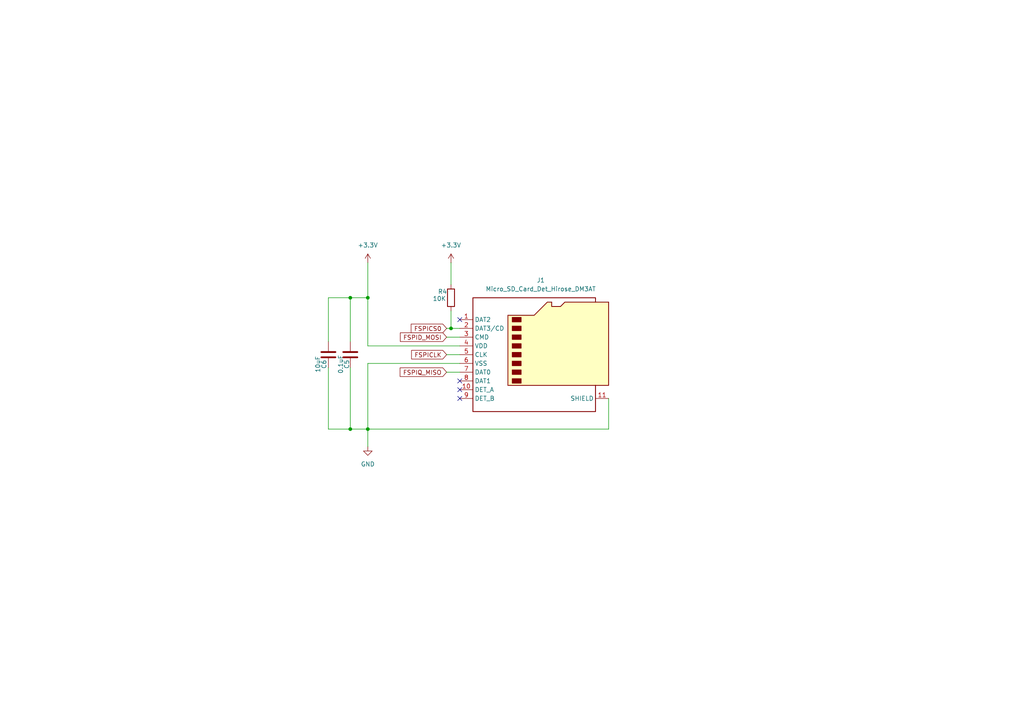
<source format=kicad_sch>
(kicad_sch (version 20250114) (generator "eeschema") (generator_version "9.0")
  (paper "A4")
  (lib_symbols
    (symbol "Connector:Micro_SD_Card_Det_Hirose_DM3AT"
      (property "Reference" "J" (at -16.51 17.78 0))
      (property "Value" "Micro_SD_Card_Det_Hirose_DM3AT" (at 16.51 17.78 0))
      (symbol "Micro_SD_Card_Det_Hirose_DM3AT_0_1"
        (polyline (pts (xy -8.89 -8.89) (xy -8.89 11.43) (xy -1.27 11.43) (xy 2.54 15.24) (xy 3.81 15.24) (xy 3.81 13.97) (xy 6.35 13.97) (xy 7.62 15.24) (xy 20.32 15.24) (xy 20.32 -8.89) (xy -8.89 -8.89)) (stroke (width 0.254)) (fill (type background)))
        (rectangle (start -7.62 10.795) (end -5.08 9.525) (stroke (width 0.254)) (fill (type outline)))
        (rectangle (start -7.62 8.255) (end -5.08 6.985) (stroke (width 0.254)) (fill (type outline)))
        (rectangle (start -7.62 5.715) (end -5.08 4.445) (stroke (width 0.254)) (fill (type outline)))
        (rectangle (start -7.62 3.175) (end -5.08 1.905) (stroke (width 0.254)) (fill (type outline)))
        (rectangle (start -7.62 0.635) (end -5.08 -0.635) (stroke (width 0.254)) (fill (type outline)))
        (rectangle (start -7.62 -1.905) (end -5.08 -3.175) (stroke (width 0.254)) (fill (type outline)))
        (rectangle (start -7.62 -4.445) (end -5.08 -5.715) (stroke (width 0.254)) (fill (type outline)))
        (rectangle (start -7.62 -6.985) (end -5.08 -8.255) (stroke (width 0.254)) (fill (type outline)))
        (polyline (pts (xy 16.51 15.24) (xy 16.51 16.51) (xy -19.05 16.51) (xy -19.05 -16.51) (xy 16.51 -16.51) (xy 16.51 -8.89)) (stroke (width 0.254)))
      )
      (symbol "Micro_SD_Card_Det_Hirose_DM3AT_1_1"
        (pin bidirectional line (at -22.86 10.16 0) (length 3.81) (name "DAT2") (number "1"))
        (pin bidirectional line (at -22.86 7.62 0) (length 3.81) (name "DAT3/CD") (number "2"))
        (pin input line (at -22.86 5.08 0) (length 3.81) (name "CMD") (number "3"))
        (pin power_in line (at -22.86 2.54 0) (length 3.81) (name "VDD") (number "4"))
        (pin input line (at -22.86 0 0) (length 3.81) (name "CLK") (number "5"))
        (pin power_in line (at -22.86 -2.54 0) (length 3.81) (name "VSS") (number "6"))
        (pin bidirectional line (at -22.86 -5.08 0) (length 3.81) (name "DAT0") (number "7"))
        (pin bidirectional line (at -22.86 -7.62 0) (length 3.81) (name "DAT1") (number "8"))
        (pin passive line (at -22.86 -10.16 0) (length 3.81) (name "DET_A") (number "10"))
        (pin passive line (at -22.86 -12.7 0) (length 3.81) (name "DET_B") (number "9"))
        (pin passive line (at 20.32 -12.7 180) (length 3.81) (name "SHIELD") (number "11"))
      )
    )
    (symbol "Device:C" (pin_numbers (hide yes)) (pin_names (offset 0.254))
      (property "Reference" "C" (at 0.635 2.54 0))
      (property "Value" "C" (at 0.635 -2.54 0))
      (symbol "C_0_1"
        (polyline (pts (xy -2.032 0.762) (xy 2.032 0.762)) (stroke (width 0.508)))
        (polyline (pts (xy -2.032 -0.762) (xy 2.032 -0.762)) (stroke (width 0.508)))
      )
      (symbol "C_1_1"
        (pin passive line (at 0 3.81 270) (length 2.794) (name "~") (number "1"))
        (pin passive line (at 0 -3.81 90) (length 2.794) (name "~") (number "2"))
      )
    )
    (symbol "Device:R" (pin_numbers (hide yes)) (pin_names (offset 0))
      (property "Reference" "R" (at 2.032 0 90))
      (property "Value" "R" (at 0 0 90))
      (symbol "R_0_1"
        (rectangle (start -1.016 -2.54) (end 1.016 2.54) (stroke (width 0.254)))
      )
      (symbol "R_1_1"
        (pin passive line (at 0 3.81 270) (length 1.27) (name "~") (number "1"))
        (pin passive line (at 0 -3.81 90) (length 1.27) (name "~") (number "2"))
      )
    )
    (symbol "power:+3.3V" (power) (pin_numbers (hide yes)) (pin_names (offset 0) (hide yes))
      (property "Value" "+3.3V" (at 0 3.556 0))
      (symbol "+3.3V_0_1"
        (polyline (pts (xy -0.762 1.27) (xy 0 2.54)))
        (polyline (pts (xy 0 2.54) (xy 0.762 1.27)))
        (polyline (pts (xy 0 0) (xy 0 2.54)))
      )
      (symbol "+3.3V_1_1"
        (pin power_in line (at 0 0 90) (length 0) (name "~") (number "1"))
      )
    )
    (symbol "power:GND" (power) (pin_numbers (hide yes)) (pin_names (offset 0) (hide yes))
      (property "Value" "GND" (at 0 -3.81 0))
      (symbol "GND_0_1"
        (polyline (pts (xy 0 0) (xy 0 -1.27) (xy 1.27 -1.27) (xy 0 -2.54) (xy -1.27 -1.27) (xy 0 -1.27)))
      )
      (symbol "GND_1_1"
        (pin power_in line (at 0 0 270) (length 0) (name "~") (number "1"))
      )
    )
  )
  (junction (at 101.6 124.46))
  (junction (at 106.68 86.36))
  (junction (at 101.6 86.36))
  (junction (at 106.68 124.46))
  (junction (at 130.81 95.25))
  (no_connect (at 133.35 115.57))
  (no_connect (at 133.35 113.03))
  (no_connect (at 133.35 110.49))
  (no_connect (at 133.35 92.71))
  (wire (pts (xy 176.53 115.57) (xy 176.53 124.46)))
  (wire (pts (xy 106.68 129.54) (xy 106.68 124.46)))
  (wire (pts (xy 106.68 124.46) (xy 176.53 124.46)))
  (wire (pts (xy 101.6 124.46) (xy 106.68 124.46)))
  (wire (pts (xy 106.68 105.41) (xy 133.35 105.41)))
  (wire (pts (xy 101.6 99.06) (xy 101.6 86.36)))
  (wire (pts (xy 106.68 100.33) (xy 133.35 100.33)))
  (wire (pts (xy 130.81 82.55) (xy 130.81 76.2)))
  (wire (pts (xy 129.54 97.79) (xy 133.35 97.79)))
  (wire (pts (xy 95.25 106.68) (xy 95.25 124.46)))
  (wire (pts (xy 95.25 124.46) (xy 101.6 124.46)))
  (wire (pts (xy 129.54 107.95) (xy 133.35 107.95)))
  (wire (pts (xy 130.81 90.17) (xy 130.81 95.25)))
  (wire (pts (xy 106.68 86.36) (xy 106.68 100.33)))
  (wire (pts (xy 129.54 102.87) (xy 133.35 102.87)))
  (wire (pts (xy 101.6 86.36) (xy 106.68 86.36)))
  (wire (pts (xy 101.6 106.68) (xy 101.6 124.46)))
  (wire (pts (xy 95.25 86.36) (xy 101.6 86.36)))
  (wire (pts (xy 106.68 105.41) (xy 106.68 124.46)))
  (wire (pts (xy 95.25 99.06) (xy 95.25 86.36)))
  (wire (pts (xy 130.81 95.25) (xy 133.35 95.25)))
  (wire (pts (xy 106.68 76.2) (xy 106.68 86.36)))
  (wire (pts (xy 129.54 95.25) (xy 130.81 95.25)))
  (global_label "FSPIQ_MISO" (shape input) (at 129.54 107.95 180) (property "Intersheetrefs" "${INTERSHEET_REFS}" (effects (hide yes))))
  (global_label "FSPID_MOSI" (shape input) (at 129.54 97.79 180) (property "Intersheetrefs" "${INTERSHEET_REFS}" (effects (hide yes))))
  (global_label "FSPICLK" (shape input) (at 129.54 102.87 180) (property "Intersheetrefs" "${INTERSHEET_REFS}" (effects (hide yes))))
  (global_label "FSPICS0" (shape input) (at 129.54 95.25 180) (property "Intersheetrefs" "${INTERSHEET_REFS}" (effects (hide yes))))
  (symbol (lib_id "power:+3.3V") (at 106.68 76.2 0) (unit 1)
    (property "Reference" "#PWR06" (effects (hide yes)))
    (property "Value" "+3.3V" (at 106.68 71.12 0))
    (property "Description" "Power symbol creates a global label with name \"+3.3V\"" (effects (hide yes)))
  )
  (symbol (lib_id "power:+3.3V") (at 130.81 76.2 0) (unit 1)
    (property "Reference" "#PWR09" (effects (hide yes)))
    (property "Value" "+3.3V" (at 130.81 71.12 0))
    (property "Description" "Power symbol creates a global label with name \"+3.3V\"" (effects (hide yes)))
  )
  (symbol (lib_id "Device:C") (at 101.6 102.87 0) (unit 1)
    (property "Reference" "C5" (at 100.584 105.664 90))
    (property "Value" "0.1uF" (at 98.806 105.664 90))
    (property "Footprint" "Capacitor_SMD:C_0603_1608Metric_Pad1.08x0.95mm_HandSolder" (effects (hide yes)))
    (property "Description" "Unpolarized capacitor" (effects (hide yes)))
  )
  (symbol (lib_id "Device:C") (at 95.25 102.87 0) (unit 1)
    (property "Reference" "C6" (at 93.98 105.664 90))
    (property "Value" "10uF" (at 92.202 105.664 90))
    (property "Footprint" "Capacitor_SMD:C_0603_1608Metric_Pad1.08x0.95mm_HandSolder" (effects (hide yes)))
    (property "Description" "Unpolarized capacitor" (effects (hide yes)))
  )
  (symbol (lib_id "Connector:Micro_SD_Card_Det_Hirose_DM3AT") (at 156.21 102.87 0) (unit 1)
    (property "Reference" "J1" (at 156.845 81.28 0))
    (property "Value" "Micro_SD_Card_Det_Hirose_DM3AT" (at 156.845 83.82 0))
    (property "Footprint" "Connector_Card:microSD_HC_Hirose_DM3AT-SF-PEJM5" (effects (hide yes)))
    (property "Datasheet" "https://www.hirose.com/product/en/download_file/key_name/DM3/category/Catalog/doc_file_id/49662/?file_category_id=4&item_id=195&is_series=1" (effects (hide yes)))
    (property "Description" "Micro SD Card Socket with card detection pins" (effects (hide yes)))
  )
  (symbol (lib_id "Device:R") (at 130.81 86.36 0) (unit 1)
    (property "Reference" "R4" (at 127 84.582 0) (effects (justify left)))
    (property "Value" "10K" (at 125.476 86.614 0) (effects (justify left)))
    (property "Footprint" "Resistor_SMD:R_0805_2012Metric_Pad1.20x1.40mm_HandSolder" (effects (hide yes)))
    (property "Description" "Resistor" (effects (hide yes)))
  )
  (symbol (lib_id "power:GND") (at 106.68 129.54 0) (unit 1)
    (property "Reference" "#PWR07" (effects (hide yes)))
    (property "Value" "GND" (at 106.68 134.62 0))
    (property "Description" "Power symbol creates a global label with name \"GND\" , ground" (effects (hide yes)))
  )
)
</source>
